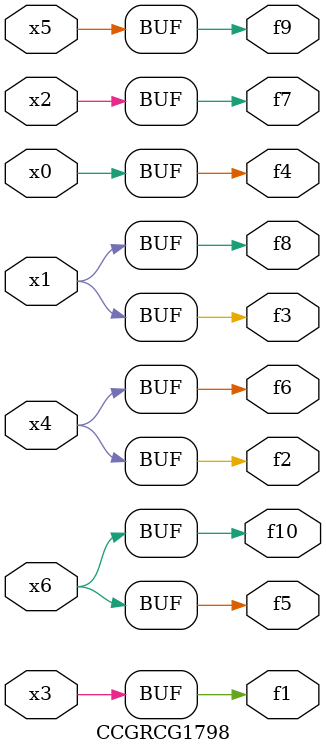
<source format=v>
module CCGRCG1798(
	input x0, x1, x2, x3, x4, x5, x6,
	output f1, f2, f3, f4, f5, f6, f7, f8, f9, f10
);
	assign f1 = x3;
	assign f2 = x4;
	assign f3 = x1;
	assign f4 = x0;
	assign f5 = x6;
	assign f6 = x4;
	assign f7 = x2;
	assign f8 = x1;
	assign f9 = x5;
	assign f10 = x6;
endmodule

</source>
